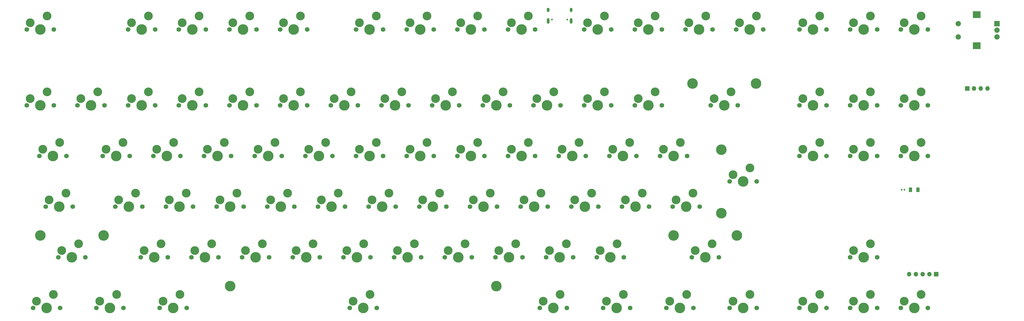
<source format=gbr>
%TF.GenerationSoftware,KiCad,Pcbnew,(7.0.0)*%
%TF.CreationDate,2023-12-09T11:02:40+00:00*%
%TF.ProjectId,TKL_PCB,544b4c5f-5043-4422-9e6b-696361645f70,rev?*%
%TF.SameCoordinates,Original*%
%TF.FileFunction,Soldermask,Top*%
%TF.FilePolarity,Negative*%
%FSLAX46Y46*%
G04 Gerber Fmt 4.6, Leading zero omitted, Abs format (unit mm)*
G04 Created by KiCad (PCBNEW (7.0.0)) date 2023-12-09 11:02:40*
%MOMM*%
%LPD*%
G01*
G04 APERTURE LIST*
G04 Aperture macros list*
%AMRoundRect*
0 Rectangle with rounded corners*
0 $1 Rounding radius*
0 $2 $3 $4 $5 $6 $7 $8 $9 X,Y pos of 4 corners*
0 Add a 4 corners polygon primitive as box body*
4,1,4,$2,$3,$4,$5,$6,$7,$8,$9,$2,$3,0*
0 Add four circle primitives for the rounded corners*
1,1,$1+$1,$2,$3*
1,1,$1+$1,$4,$5*
1,1,$1+$1,$6,$7*
1,1,$1+$1,$8,$9*
0 Add four rect primitives between the rounded corners*
20,1,$1+$1,$2,$3,$4,$5,0*
20,1,$1+$1,$4,$5,$6,$7,0*
20,1,$1+$1,$6,$7,$8,$9,0*
20,1,$1+$1,$8,$9,$2,$3,0*%
G04 Aperture macros list end*
%ADD10C,3.987800*%
%ADD11RoundRect,0.250000X0.375000X0.625000X-0.375000X0.625000X-0.375000X-0.625000X0.375000X-0.625000X0*%
%ADD12R,1.700000X1.700000*%
%ADD13O,1.700000X1.700000*%
%ADD14RoundRect,0.135000X0.135000X0.185000X-0.135000X0.185000X-0.135000X-0.185000X0.135000X-0.185000X0*%
%ADD15C,1.750000*%
%ADD16C,3.300000*%
%ADD17C,0.650000*%
%ADD18O,1.000000X1.600000*%
%ADD19O,1.000000X2.100000*%
%ADD20R,2.000000X2.000000*%
%ADD21C,2.000000*%
%ADD22R,3.000000X2.500000*%
G04 APERTURE END LIST*
D10*
%TO.C,S1*%
X49212500Y-100488750D03*
X25400000Y-100488750D03*
%TD*%
%TO.C,S3*%
X287337500Y-100488750D03*
X263525000Y-100488750D03*
%TD*%
D11*
%TO.C,D89*%
X355412500Y-83343750D03*
X352612500Y-83343750D03*
%TD*%
D10*
%TO.C,S4*%
X281463750Y-68262500D03*
X281463750Y-92075000D03*
%TD*%
D12*
%TO.C,J3*%
X373948749Y-45239152D03*
D13*
X376488749Y-45239152D03*
X379028749Y-45239152D03*
X381568749Y-45239152D03*
%TD*%
D10*
%TO.C,S2*%
X196850000Y-119538750D03*
X96837500Y-119538750D03*
%TD*%
D14*
%TO.C,R12*%
X350296250Y-83343750D03*
X349276250Y-83343750D03*
%TD*%
D10*
%TO.C,S5*%
X294481250Y-43338750D03*
X270668750Y-43338750D03*
%TD*%
D15*
%TO.C,SW83*%
X270986250Y-127793750D03*
D10*
X265906250Y-127793750D03*
D15*
X260826250Y-127793750D03*
D16*
X262096250Y-125253750D03*
X268446250Y-122713750D03*
%TD*%
D15*
%TO.C,SW42*%
X192405000Y-70643750D03*
D10*
X187325000Y-70643750D03*
D15*
X182245000Y-70643750D03*
D16*
X183515000Y-68103750D03*
X189865000Y-65563750D03*
%TD*%
D15*
%TO.C,SW67*%
X111442500Y-108743750D03*
D10*
X106362500Y-108743750D03*
D15*
X101282500Y-108743750D03*
D16*
X102552500Y-106203750D03*
X108902500Y-103663750D03*
%TD*%
D15*
%TO.C,SW33*%
X359092500Y-51593750D03*
D10*
X354012500Y-51593750D03*
D15*
X348932500Y-51593750D03*
D16*
X350202500Y-49053750D03*
X356552500Y-46513750D03*
%TD*%
D15*
%TO.C,SW86*%
X340042500Y-127793750D03*
D10*
X334962500Y-127793750D03*
D15*
X329882500Y-127793750D03*
D16*
X331152500Y-125253750D03*
X337502500Y-122713750D03*
%TD*%
D15*
%TO.C,SW20*%
X87630000Y-51593750D03*
D10*
X82550000Y-51593750D03*
D15*
X77470000Y-51593750D03*
D16*
X78740000Y-49053750D03*
X85090000Y-46513750D03*
%TD*%
D15*
%TO.C,SW69*%
X149542500Y-108743750D03*
D10*
X144462500Y-108743750D03*
D15*
X139382500Y-108743750D03*
D16*
X140652500Y-106203750D03*
X147002500Y-103663750D03*
%TD*%
D15*
%TO.C,SW50*%
X359092500Y-70643750D03*
D10*
X354012500Y-70643750D03*
D15*
X348932500Y-70643750D03*
D16*
X350202500Y-68103750D03*
X356552500Y-65563750D03*
%TD*%
D15*
%TO.C,SW28*%
X240030000Y-51593750D03*
D10*
X234950000Y-51593750D03*
D15*
X229870000Y-51593750D03*
D16*
X231140000Y-49053750D03*
X237490000Y-46513750D03*
%TD*%
D15*
%TO.C,SW38*%
X116205000Y-70643750D03*
D10*
X111125000Y-70643750D03*
D15*
X106045000Y-70643750D03*
D16*
X107315000Y-68103750D03*
X113665000Y-65563750D03*
%TD*%
D15*
%TO.C,SW22*%
X125730000Y-51593750D03*
D10*
X120650000Y-51593750D03*
D15*
X115570000Y-51593750D03*
D16*
X116840000Y-49053750D03*
X123190000Y-46513750D03*
%TD*%
D15*
%TO.C,SW6*%
X154305000Y-23018750D03*
D10*
X149225000Y-23018750D03*
D15*
X144145000Y-23018750D03*
D16*
X145415000Y-20478750D03*
X151765000Y-17938750D03*
%TD*%
D15*
%TO.C,SW74*%
X244792500Y-108743750D03*
D10*
X239712500Y-108743750D03*
D15*
X234632500Y-108743750D03*
D16*
X235902500Y-106203750D03*
X242252500Y-103663750D03*
%TD*%
D15*
%TO.C,SW41*%
X173355000Y-70643750D03*
D10*
X168275000Y-70643750D03*
D15*
X163195000Y-70643750D03*
D16*
X164465000Y-68103750D03*
X170815000Y-65563750D03*
%TD*%
D15*
%TO.C,SW11*%
X259080000Y-23018750D03*
D10*
X254000000Y-23018750D03*
D15*
X248920000Y-23018750D03*
D16*
X250190000Y-20478750D03*
X256540000Y-17938750D03*
%TD*%
D15*
%TO.C,SW82*%
X247173750Y-127793750D03*
D10*
X242093750Y-127793750D03*
D15*
X237013750Y-127793750D03*
D16*
X238283750Y-125253750D03*
X244633750Y-122713750D03*
%TD*%
D15*
%TO.C,SW59*%
X197167500Y-89693750D03*
D10*
X192087500Y-89693750D03*
D15*
X187007500Y-89693750D03*
D16*
X188277500Y-87153750D03*
X194627500Y-84613750D03*
%TD*%
D15*
%TO.C,SW16*%
X359092500Y-23018750D03*
D10*
X354012500Y-23018750D03*
D15*
X348932500Y-23018750D03*
D16*
X350202500Y-20478750D03*
X356552500Y-17938750D03*
%TD*%
D17*
%TO.C,J1*%
X217772500Y-19268750D03*
X223552500Y-19268750D03*
D18*
X216342499Y-15618749D03*
D19*
X216342499Y-19798749D03*
D18*
X224982499Y-15618749D03*
D19*
X224982499Y-19798749D03*
%TD*%
D15*
%TO.C,SW4*%
X106680000Y-23018750D03*
D10*
X101600000Y-23018750D03*
D15*
X96520000Y-23018750D03*
D16*
X97790000Y-20478750D03*
X104140000Y-17938750D03*
%TD*%
D15*
%TO.C,SW46*%
X268605000Y-70643750D03*
D10*
X263525000Y-70643750D03*
D15*
X258445000Y-70643750D03*
D16*
X259715000Y-68103750D03*
X266065000Y-65563750D03*
%TD*%
D15*
%TO.C,SW7*%
X173355000Y-23018750D03*
D10*
X168275000Y-23018750D03*
D15*
X163195000Y-23018750D03*
D16*
X164465000Y-20478750D03*
X170815000Y-17938750D03*
%TD*%
D15*
%TO.C,SW85*%
X320992500Y-127793750D03*
D10*
X315912500Y-127793750D03*
D15*
X310832500Y-127793750D03*
D16*
X312102500Y-125253750D03*
X318452500Y-122713750D03*
%TD*%
D15*
%TO.C,SW17*%
X30480000Y-51593750D03*
D10*
X25400000Y-51593750D03*
D15*
X20320000Y-51593750D03*
D16*
X21590000Y-49053750D03*
X27940000Y-46513750D03*
%TD*%
D15*
%TO.C,SW23*%
X144780000Y-51593750D03*
D10*
X139700000Y-51593750D03*
D15*
X134620000Y-51593750D03*
D16*
X135890000Y-49053750D03*
X142240000Y-46513750D03*
%TD*%
D15*
%TO.C,SW58*%
X178117500Y-89693750D03*
D10*
X173037500Y-89693750D03*
D15*
X167957500Y-89693750D03*
D16*
X169227500Y-87153750D03*
X175577500Y-84613750D03*
%TD*%
D15*
%TO.C,SW76*%
X340042500Y-108743750D03*
D10*
X334962500Y-108743750D03*
D15*
X329882500Y-108743750D03*
D16*
X331152500Y-106203750D03*
X337502500Y-103663750D03*
%TD*%
D15*
%TO.C,SW19*%
X68580000Y-51593750D03*
D10*
X63500000Y-51593750D03*
D15*
X58420000Y-51593750D03*
D16*
X59690000Y-49053750D03*
X66040000Y-46513750D03*
%TD*%
D15*
%TO.C,SW12*%
X278130000Y-23018750D03*
D10*
X273050000Y-23018750D03*
D15*
X267970000Y-23018750D03*
D16*
X269240000Y-20478750D03*
X275590000Y-17938750D03*
%TD*%
D15*
%TO.C,SW53*%
X82867500Y-89693750D03*
D10*
X77787500Y-89693750D03*
D15*
X72707500Y-89693750D03*
D16*
X73977500Y-87153750D03*
X80327500Y-84613750D03*
%TD*%
D15*
%TO.C,SW37*%
X97155000Y-70643750D03*
D10*
X92075000Y-70643750D03*
D15*
X86995000Y-70643750D03*
D16*
X88265000Y-68103750D03*
X94615000Y-65563750D03*
%TD*%
D15*
%TO.C,SW31*%
X320992500Y-51593750D03*
D10*
X315912500Y-51593750D03*
D15*
X310832500Y-51593750D03*
D16*
X312102500Y-49053750D03*
X318452500Y-46513750D03*
%TD*%
D15*
%TO.C,SW75*%
X280511250Y-108743750D03*
D10*
X275431250Y-108743750D03*
D15*
X270351250Y-108743750D03*
D16*
X271621250Y-106203750D03*
X277971250Y-103663750D03*
%TD*%
D15*
%TO.C,SW77*%
X32861250Y-127793750D03*
D10*
X27781250Y-127793750D03*
D15*
X22701250Y-127793750D03*
D16*
X23971250Y-125253750D03*
X30321250Y-122713750D03*
%TD*%
D15*
%TO.C,SW32*%
X340042500Y-51593750D03*
D10*
X334962500Y-51593750D03*
D15*
X329882500Y-51593750D03*
D16*
X331152500Y-49053750D03*
X337502500Y-46513750D03*
%TD*%
D15*
%TO.C,SW48*%
X320992500Y-70643750D03*
D10*
X315912500Y-70643750D03*
D15*
X310832500Y-70643750D03*
D16*
X312102500Y-68103750D03*
X318452500Y-65563750D03*
%TD*%
D15*
%TO.C,SW72*%
X206692500Y-108743750D03*
D10*
X201612500Y-108743750D03*
D15*
X196532500Y-108743750D03*
D16*
X197802500Y-106203750D03*
X204152500Y-103663750D03*
%TD*%
D15*
%TO.C,SW34*%
X35242500Y-70643750D03*
D10*
X30162500Y-70643750D03*
D15*
X25082500Y-70643750D03*
D16*
X26352500Y-68103750D03*
X32702500Y-65563750D03*
%TD*%
D15*
%TO.C,SW36*%
X78105000Y-70643750D03*
D10*
X73025000Y-70643750D03*
D15*
X67945000Y-70643750D03*
D16*
X69215000Y-68103750D03*
X75565000Y-65563750D03*
%TD*%
D15*
%TO.C,SW18*%
X49530000Y-51593750D03*
D10*
X44450000Y-51593750D03*
D15*
X39370000Y-51593750D03*
D16*
X40640000Y-49053750D03*
X46990000Y-46513750D03*
%TD*%
D15*
%TO.C,SW8*%
X192405000Y-23018750D03*
D10*
X187325000Y-23018750D03*
D15*
X182245000Y-23018750D03*
D16*
X183515000Y-20478750D03*
X189865000Y-17938750D03*
%TD*%
D15*
%TO.C,SW79*%
X80486250Y-127793750D03*
D10*
X75406250Y-127793750D03*
D15*
X70326250Y-127793750D03*
D16*
X71596250Y-125253750D03*
X77946250Y-122713750D03*
%TD*%
D15*
%TO.C,SW71*%
X187642500Y-108743750D03*
D10*
X182562500Y-108743750D03*
D15*
X177482500Y-108743750D03*
D16*
X178752500Y-106203750D03*
X185102500Y-103663750D03*
%TD*%
D12*
%TO.C,J4*%
X362262499Y-115093749D03*
D13*
X359722499Y-115093749D03*
X357182499Y-115093749D03*
X354642499Y-115093749D03*
X352102499Y-115093749D03*
%TD*%
D15*
%TO.C,SW3*%
X87630000Y-23018750D03*
D10*
X82550000Y-23018750D03*
D15*
X77470000Y-23018750D03*
D16*
X78740000Y-20478750D03*
X85090000Y-17938750D03*
%TD*%
D15*
%TO.C,SW81*%
X223361250Y-127793750D03*
D10*
X218281250Y-127793750D03*
D15*
X213201250Y-127793750D03*
D16*
X214471250Y-125253750D03*
X220821250Y-122713750D03*
%TD*%
D15*
%TO.C,SW9*%
X211455000Y-23018750D03*
D10*
X206375000Y-23018750D03*
D15*
X201295000Y-23018750D03*
D16*
X202565000Y-20478750D03*
X208915000Y-17938750D03*
%TD*%
D20*
%TO.C,SW88*%
X385070499Y-20796249D03*
D21*
X385070500Y-25796250D03*
X385070500Y-23296250D03*
D22*
X377450499Y-29146249D03*
X377450499Y-17446249D03*
D21*
X370570500Y-20796250D03*
X370570500Y-25796250D03*
%TD*%
D15*
%TO.C,SW70*%
X168592500Y-108743750D03*
D10*
X163512500Y-108743750D03*
D15*
X158432500Y-108743750D03*
D16*
X159702500Y-106203750D03*
X166052500Y-103663750D03*
%TD*%
D15*
%TO.C,SW5*%
X125730000Y-23018750D03*
D10*
X120650000Y-23018750D03*
D15*
X115570000Y-23018750D03*
D16*
X116840000Y-20478750D03*
X123190000Y-17938750D03*
%TD*%
D15*
%TO.C,SW13*%
X297180000Y-23018750D03*
D10*
X292100000Y-23018750D03*
D15*
X287020000Y-23018750D03*
D16*
X288290000Y-20478750D03*
X294640000Y-17938750D03*
%TD*%
D15*
%TO.C,SW26*%
X201930000Y-51593750D03*
D10*
X196850000Y-51593750D03*
D15*
X191770000Y-51593750D03*
D16*
X193040000Y-49053750D03*
X199390000Y-46513750D03*
%TD*%
D15*
%TO.C,SW47*%
X294798750Y-80168750D03*
D10*
X289718750Y-80168750D03*
D15*
X284638750Y-80168750D03*
D16*
X285908750Y-77628750D03*
X292258750Y-75088750D03*
%TD*%
D15*
%TO.C,SW80*%
X151923750Y-127793750D03*
D10*
X146843750Y-127793750D03*
D15*
X141763750Y-127793750D03*
D16*
X143033750Y-125253750D03*
X149383750Y-122713750D03*
%TD*%
D15*
%TO.C,SW14*%
X320992500Y-23018750D03*
D10*
X315912500Y-23018750D03*
D15*
X310832500Y-23018750D03*
D16*
X312102500Y-20478750D03*
X318452500Y-17938750D03*
%TD*%
D15*
%TO.C,SW21*%
X106680000Y-51593750D03*
D10*
X101600000Y-51593750D03*
D15*
X96520000Y-51593750D03*
D16*
X97790000Y-49053750D03*
X104140000Y-46513750D03*
%TD*%
D15*
%TO.C,SW73*%
X225742500Y-108743750D03*
D10*
X220662500Y-108743750D03*
D15*
X215582500Y-108743750D03*
D16*
X216852500Y-106203750D03*
X223202500Y-103663750D03*
%TD*%
D15*
%TO.C,SW57*%
X159067500Y-89693750D03*
D10*
X153987500Y-89693750D03*
D15*
X148907500Y-89693750D03*
D16*
X150177500Y-87153750D03*
X156527500Y-84613750D03*
%TD*%
D15*
%TO.C,SW87*%
X359092500Y-127793750D03*
D10*
X354012500Y-127793750D03*
D15*
X348932500Y-127793750D03*
D16*
X350202500Y-125253750D03*
X356552500Y-122713750D03*
%TD*%
D15*
%TO.C,SW35*%
X59055000Y-70643750D03*
D10*
X53975000Y-70643750D03*
D15*
X48895000Y-70643750D03*
D16*
X50165000Y-68103750D03*
X56515000Y-65563750D03*
%TD*%
D15*
%TO.C,SW56*%
X140017500Y-89693750D03*
D10*
X134937500Y-89693750D03*
D15*
X129857500Y-89693750D03*
D16*
X131127500Y-87153750D03*
X137477500Y-84613750D03*
%TD*%
D15*
%TO.C,SW15*%
X340042500Y-23018750D03*
D10*
X334962500Y-23018750D03*
D15*
X329882500Y-23018750D03*
D16*
X331152500Y-20478750D03*
X337502500Y-17938750D03*
%TD*%
D15*
%TO.C,SW55*%
X120967500Y-89693750D03*
D10*
X115887500Y-89693750D03*
D15*
X110807500Y-89693750D03*
D16*
X112077500Y-87153750D03*
X118427500Y-84613750D03*
%TD*%
D15*
%TO.C,SW65*%
X73342500Y-108743750D03*
D10*
X68262500Y-108743750D03*
D15*
X63182500Y-108743750D03*
D16*
X64452500Y-106203750D03*
X70802500Y-103663750D03*
%TD*%
D15*
%TO.C,SW63*%
X273367500Y-89693750D03*
D10*
X268287500Y-89693750D03*
D15*
X263207500Y-89693750D03*
D16*
X264477500Y-87153750D03*
X270827500Y-84613750D03*
%TD*%
D15*
%TO.C,SW49*%
X340042500Y-70643750D03*
D10*
X334962500Y-70643750D03*
D15*
X329882500Y-70643750D03*
D16*
X331152500Y-68103750D03*
X337502500Y-65563750D03*
%TD*%
D15*
%TO.C,SW24*%
X163830000Y-51593750D03*
D10*
X158750000Y-51593750D03*
D15*
X153670000Y-51593750D03*
D16*
X154940000Y-49053750D03*
X161290000Y-46513750D03*
%TD*%
D15*
%TO.C,SW51*%
X37623750Y-89693750D03*
D10*
X32543750Y-89693750D03*
D15*
X27463750Y-89693750D03*
D16*
X28733750Y-87153750D03*
X35083750Y-84613750D03*
%TD*%
D15*
%TO.C,SW66*%
X92392500Y-108743750D03*
D10*
X87312500Y-108743750D03*
D15*
X82232500Y-108743750D03*
D16*
X83502500Y-106203750D03*
X89852500Y-103663750D03*
%TD*%
D15*
%TO.C,SW84*%
X294798750Y-127793750D03*
D10*
X289718750Y-127793750D03*
D15*
X284638750Y-127793750D03*
D16*
X285908750Y-125253750D03*
X292258750Y-122713750D03*
%TD*%
D15*
%TO.C,SW43*%
X211455000Y-70643750D03*
D10*
X206375000Y-70643750D03*
D15*
X201295000Y-70643750D03*
D16*
X202565000Y-68103750D03*
X208915000Y-65563750D03*
%TD*%
D15*
%TO.C,SW52*%
X63817500Y-89693750D03*
D10*
X58737500Y-89693750D03*
D15*
X53657500Y-89693750D03*
D16*
X54927500Y-87153750D03*
X61277500Y-84613750D03*
%TD*%
D15*
%TO.C,SW40*%
X154305000Y-70643750D03*
D10*
X149225000Y-70643750D03*
D15*
X144145000Y-70643750D03*
D16*
X145415000Y-68103750D03*
X151765000Y-65563750D03*
%TD*%
D15*
%TO.C,SW1*%
X30480000Y-23018750D03*
D10*
X25400000Y-23018750D03*
D15*
X20320000Y-23018750D03*
D16*
X21590000Y-20478750D03*
X27940000Y-17938750D03*
%TD*%
D15*
%TO.C,SW62*%
X254317500Y-89693750D03*
D10*
X249237500Y-89693750D03*
D15*
X244157500Y-89693750D03*
D16*
X245427500Y-87153750D03*
X251777500Y-84613750D03*
%TD*%
D15*
%TO.C,SW30*%
X287655000Y-51593750D03*
D10*
X282575000Y-51593750D03*
D15*
X277495000Y-51593750D03*
D16*
X278765000Y-49053750D03*
X285115000Y-46513750D03*
%TD*%
D15*
%TO.C,SW45*%
X249555000Y-70643750D03*
D10*
X244475000Y-70643750D03*
D15*
X239395000Y-70643750D03*
D16*
X240665000Y-68103750D03*
X247015000Y-65563750D03*
%TD*%
D15*
%TO.C,SW68*%
X130492500Y-108743750D03*
D10*
X125412500Y-108743750D03*
D15*
X120332500Y-108743750D03*
D16*
X121602500Y-106203750D03*
X127952500Y-103663750D03*
%TD*%
D15*
%TO.C,SW60*%
X216217500Y-89693750D03*
D10*
X211137500Y-89693750D03*
D15*
X206057500Y-89693750D03*
D16*
X207327500Y-87153750D03*
X213677500Y-84613750D03*
%TD*%
D15*
%TO.C,SW10*%
X240030000Y-23018750D03*
D10*
X234950000Y-23018750D03*
D15*
X229870000Y-23018750D03*
D16*
X231140000Y-20478750D03*
X237490000Y-17938750D03*
%TD*%
D15*
%TO.C,SW29*%
X259080000Y-51593750D03*
D10*
X254000000Y-51593750D03*
D15*
X248920000Y-51593750D03*
D16*
X250190000Y-49053750D03*
X256540000Y-46513750D03*
%TD*%
D15*
%TO.C,SW78*%
X56673750Y-127793750D03*
D10*
X51593750Y-127793750D03*
D15*
X46513750Y-127793750D03*
D16*
X47783750Y-125253750D03*
X54133750Y-122713750D03*
%TD*%
D15*
%TO.C,SW44*%
X230505000Y-70643750D03*
D10*
X225425000Y-70643750D03*
D15*
X220345000Y-70643750D03*
D16*
X221615000Y-68103750D03*
X227965000Y-65563750D03*
%TD*%
D15*
%TO.C,SW61*%
X235267500Y-89693750D03*
D10*
X230187500Y-89693750D03*
D15*
X225107500Y-89693750D03*
D16*
X226377500Y-87153750D03*
X232727500Y-84613750D03*
%TD*%
D15*
%TO.C,SW27*%
X220980000Y-51593750D03*
D10*
X215900000Y-51593750D03*
D15*
X210820000Y-51593750D03*
D16*
X212090000Y-49053750D03*
X218440000Y-46513750D03*
%TD*%
D15*
%TO.C,SW54*%
X101917500Y-89693750D03*
D10*
X96837500Y-89693750D03*
D15*
X91757500Y-89693750D03*
D16*
X93027500Y-87153750D03*
X99377500Y-84613750D03*
%TD*%
D15*
%TO.C,SW39*%
X135255000Y-70643750D03*
D10*
X130175000Y-70643750D03*
D15*
X125095000Y-70643750D03*
D16*
X126365000Y-68103750D03*
X132715000Y-65563750D03*
%TD*%
D15*
%TO.C,SW2*%
X68580000Y-23018750D03*
D10*
X63500000Y-23018750D03*
D15*
X58420000Y-23018750D03*
D16*
X59690000Y-20478750D03*
X66040000Y-17938750D03*
%TD*%
D15*
%TO.C,SW64*%
X42386250Y-108743750D03*
D10*
X37306250Y-108743750D03*
D15*
X32226250Y-108743750D03*
D16*
X33496250Y-106203750D03*
X39846250Y-103663750D03*
%TD*%
D15*
%TO.C,SW25*%
X182880000Y-51593750D03*
D10*
X177800000Y-51593750D03*
D15*
X172720000Y-51593750D03*
D16*
X173990000Y-49053750D03*
X180340000Y-46513750D03*
%TD*%
M02*

</source>
